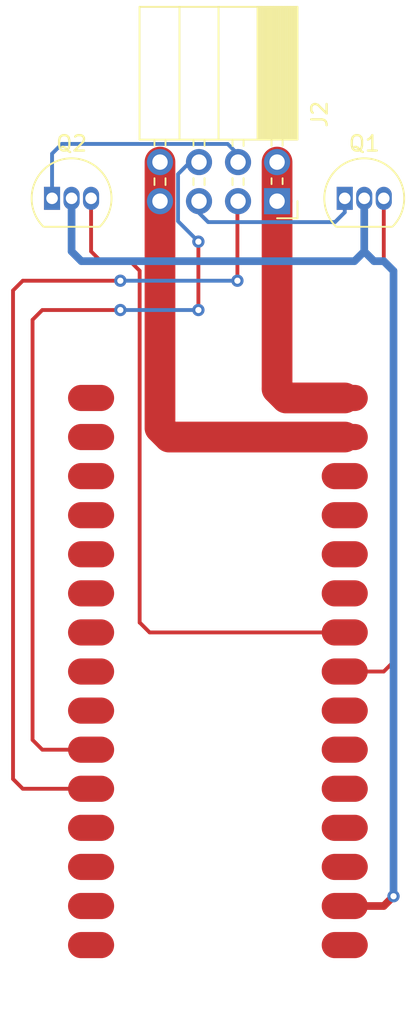
<source format=kicad_pcb>
(kicad_pcb (version 20211014) (generator pcbnew)
  (layers (0 "F.Cu" signal) (31 "B.Cu" signal) (34 "B.Paste" user) (35 "F.Paste" user) (36 "B.SilkS" user "B.Silkscreen") (37 "F.SilkS" user "F.Silkscreen") (38 "B.Mask" user) (39 "F.Mask" user) (44 "Edge.Cuts" user))
  (net 0 "")
  (net 8 "+3V3")
  (net 9 "SDA_3V3")
  (net 11 "SCL_3V3")
  (net 14 "GND")
  (net 15 "+5V")
  (net 20 "RDYA")
  (net 21 "CONA")
  (net 31 "SCL_5V")
  (net 32 "SDA_5V")
  (footprint "Nano_33:NANO_33_Footprint_SMD_Castell" (layer "F.Cu") (at 138.43 96.52 90)
    (fp_text reference "J1")
    (fp_text value "Arduino-NANO-33")
    (pad "1" smd oval locked (at -17.78 8.255 180) (size 3 1.7) (layers "F.Cu" "F.Mask"))
    (pad "2" smd oval locked (at -15.24 8.255 180) (size 3 1.7) (layers "F.Cu" "F.Mask") (net 8 "+3V3"))
    (pad "3" smd oval locked (at -12.7 8.255 180) (size 3 1.7) (layers "F.Cu" "F.Mask"))
    (pad "4" smd oval locked (at -10.16 8.255 180) (size 3 1.7) (layers "F.Cu" "F.Mask"))
    (pad "5" smd oval locked (at -7.62 8.255 180) (size 3 1.7) (layers "F.Cu" "F.Mask"))
    (pad "6" smd oval locked (at -5.08 8.255 180) (size 3 1.7) (layers "F.Cu" "F.Mask"))
    (pad "7" smd oval locked (at -2.54 8.255 180) (size 3 1.7) (layers "F.Cu" "F.Mask"))
    (pad "8" smd oval locked (at 0 8.255 180) (size 3 1.7) (layers "F.Cu" "F.Mask") (net 9 "SDA_3V3"))
    (pad "9" smd oval locked (at 2.54 8.255 180) (size 3 1.7) (layers "F.Cu" "F.Mask") (net 11 "SCL_3V3"))
    (pad "10" smd oval locked (at 5.08 8.255 180) (size 3 1.7) (layers "F.Cu" "F.Mask"))
    (pad "11" smd oval locked (at 7.62 8.255 180) (size 3 1.7) (layers "F.Cu" "F.Mask"))
    (pad "12" smd oval locked (at 10.16 8.255 180) (size 3 1.7) (layers "F.Cu" "F.Mask"))
    (pad "13" smd oval locked (at 12.7 8.255 180) (size 3 1.7) (layers "F.Cu" "F.Mask"))
    (pad "14" smd oval locked (at 15.24 8.255 180) (size 3 1.7) (layers "F.Cu" "F.Mask") (net 14 "GND"))
    (pad "15" smd oval locked (at 17.78 8.255 180) (size 3 1.7) (layers "F.Cu" "F.Mask") (net 15 "+5V"))
    (pad "16" smd oval locked (at 17.78 -8.255) (size 3 1.7) (layers "F.Cu" "F.Mask"))
    (pad "17" smd oval locked (at 15.24 -8.255) (size 3 1.7) (layers "F.Cu" "F.Mask"))
    (pad "18" smd oval locked (at 12.7 -8.255) (size 3 1.7) (layers "F.Cu" "F.Mask"))
    (pad "19" smd oval locked (at 10.16 -8.255) (size 3 1.7) (layers "F.Cu" "F.Mask"))
    (pad "20" smd oval locked (at 7.62 -8.255) (size 3 1.7) (layers "F.Cu" "F.Mask"))
    (pad "21" smd oval locked (at 5.08 -8.255) (size 3 1.7) (layers "F.Cu" "F.Mask"))
    (pad "22" smd oval locked (at 2.54 -8.255) (size 3 1.7) (layers "F.Cu" "F.Mask"))
    (pad "23" smd oval locked (at 0 -8.255) (size 3 1.7) (layers "F.Cu" "F.Mask"))
    (pad "24" smd oval locked (at -2.54 -8.255) (size 3 1.7) (layers "F.Cu" "F.Mask"))
    (pad "25" smd oval locked (at -5.08 -8.255) (size 3 1.7) (layers "F.Cu" "F.Mask") (net 20 "RDYA"))
    (pad "26" smd oval locked (at -7.62 -8.255) (size 3 1.7) (layers "F.Cu" "F.Mask") (net 21 "CONA"))
    (pad "27" smd oval locked (at -10.16 -8.255) (size 3 1.7) (layers "F.Cu" "F.Mask"))
    (pad "28" smd oval locked (at -12.7 -8.255) (size 3 1.7) (layers "F.Cu" "F.Mask"))
    (pad "29" smd oval locked (at -15.24 -8.255) (size 3 1.7) (layers "F.Cu" "F.Mask"))
    (pad "30" smd oval locked (at -17.78 -8.255) (size 3 1.7) (layers "F.Cu" "F.Mask"))
  )
  (footprint "Package_TO_SOT_THT:TO-92_Inline" (layer "F.Cu") (at 146.685 65.765)
    (fp_text reference "Q1" (at 1.27 -3.56) (layer "F.SilkS"))
    (fp_text value "BS170")
    (fp_line (start -0.53 1.85) (end 3.07 1.85) (layer "F.SilkS") (width 0.12))
    (fp_arc (start 1.27 -2.6) (mid 3.672087 -0.994977) (end 3.108478 1.838478) (layer "F.SilkS") (width 0.12))
    (fp_arc (start -0.568478 1.838478) (mid -1.132087 -0.994977) (end 1.27 -2.6) (layer "F.SilkS") (width 0.12))
    (pad "1" thru_hole rect (at 0 0) (size 1.05 1.5) (drill 0.75) (layers *.Cu *.Mask) (net 32 "SDA_5V"))
    (pad "2" thru_hole oval (at 1.27 0) (size 1.05 1.5) (drill 0.75) (layers *.Cu *.Mask) (net 8 "+3V3"))
    (pad "3" thru_hole oval (at 2.54 0) (size 1.05 1.5) (drill 0.75) (layers *.Cu *.Mask) (net 9 "SDA_3V3"))
  )
  (footprint "Package_TO_SOT_THT:TO-92_Inline" (layer "F.Cu") (at 127.635 65.765)
    (fp_text reference "Q2" (at 1.27 -3.56) (layer "F.SilkS"))
    (fp_text value "BS170")
    (fp_line (start -0.53 1.85) (end 3.07 1.85) (layer "F.SilkS") (width 0.12))
    (fp_arc (start -0.568478 1.838478) (mid -1.132087 -0.994977) (end 1.27 -2.6) (layer "F.SilkS") (width 0.12))
    (fp_arc (start 1.27 -2.6) (mid 3.672087 -0.994977) (end 3.108478 1.838478) (layer "F.SilkS") (width 0.12))
    (pad "1" thru_hole rect (at 0 0) (size 1.05 1.5) (drill 0.75) (layers *.Cu *.Mask) (net 31 "SCL_5V"))
    (pad "2" thru_hole oval (at 1.27 0) (size 1.05 1.5) (drill 0.75) (layers *.Cu *.Mask) (net 8 "+3V3"))
    (pad "3" thru_hole oval (at 2.54 0) (size 1.05 1.5) (drill 0.75) (layers *.Cu *.Mask) (net 11 "SCL_3V3"))
  )
  (footprint "Connector_PinSocket_2.54mm:PinSocket_2x04_P2.54mm_Horizontal" (layer "F.Cu") (at 142.28 65.95 -90)
    (fp_text reference "J2" (at -5.65 -2.77 90) (layer "F.SilkS"))
    (fp_text value "Conn_A")
    (fp_line (start -4 7.98) (end -3.59 7.98) (layer "F.SilkS") (width 0.12))
    (fp_line (start -12.63 3.81) (end -4 3.81) (layer "F.SilkS") (width 0.12))
    (fp_line (start -12.63 1.033805) (end -4 1.033805) (layer "F.SilkS") (width 0.12))
    (fp_line (start -12.63 -1.33) (end -12.63 8.95) (layer "F.SilkS") (width 0.12))
    (fp_line (start -12.63 -0.50143) (end -4 -0.50143) (layer "F.SilkS") (width 0.12))
    (fp_line (start -12.63 -1.33) (end -4 -1.33) (layer "F.SilkS") (width 0.12))
    (fp_line (start -12.63 0.797615) (end -4 0.797615) (layer "F.SilkS") (width 0.12))
    (fp_line (start -1.49 2.9) (end -1.05 2.9) (layer "F.SilkS") (width 0.12))
    (fp_line (start -12.63 8.95) (end -4 8.95) (layer "F.SilkS") (width 0.12))
    (fp_line (start -1.49 5.44) (end -1.05 5.44) (layer "F.SilkS") (width 0.12))
    (fp_line (start -4 2.18) (end -3.59 2.18) (layer "F.SilkS") (width 0.12))
    (fp_line (start -12.63 -0.26524) (end -4 -0.26524) (layer "F.SilkS") (width 0.12))
    (fp_line (start -12.63 0.325235) (end -4 0.325235) (layer "F.SilkS") (width 0.12))
    (fp_line (start 1.11 -1.33) (end 1.11 0) (layer "F.SilkS") (width 0.12))
    (fp_line (start -12.63 -1.091905) (end -4 -1.091905) (layer "F.SilkS") (width 0.12))
    (fp_line (start -12.63 -0.147145) (end -4 -0.147145) (layer "F.SilkS") (width 0.12))
    (fp_line (start -4 5.44) (end -3.59 5.44) (layer "F.SilkS") (width 0.12))
    (fp_line (start -12.63 0.44333) (end -4 0.44333) (layer "F.SilkS") (width 0.12))
    (fp_line (start -12.63 0.20714) (end -4 0.20714) (layer "F.SilkS") (width 0.12))
    (fp_line (start -12.63 0.561425) (end -4 0.561425) (layer "F.SilkS") (width 0.12))
    (fp_line (start -12.63 -0.97381) (end -4 -0.97381) (layer "F.SilkS") (width 0.12))
    (fp_line (start -4 7.26) (end -3.59 7.26) (layer "F.SilkS") (width 0.12))
    (fp_line (start -12.63 -1.21) (end -4 -1.21) (layer "F.SilkS") (width 0.12))
    (fp_line (start -1.49 7.26) (end -1.05 7.26) (layer "F.SilkS") (width 0.12))
    (fp_line (start -1.49 0.36) (end -1.11 0.36) (layer "F.SilkS") (width 0.12))
    (fp_line (start -4 2.9) (end -3.59 2.9) (layer "F.SilkS") (width 0.12))
    (fp_line (start -12.63 1.1519) (end -4 1.1519) (layer "F.SilkS") (width 0.12))
    (fp_line (start -4 0.36) (end -3.59 0.36) (layer "F.SilkS") (width 0.12))
    (fp_line (start -12.63 1.27) (end -4 1.27) (layer "F.SilkS") (width 0.12))
    (fp_line (start -4 -0.36) (end -3.59 -0.36) (layer "F.SilkS") (width 0.12))
    (fp_line (start -12.63 0.67952) (end -4 0.67952) (layer "F.SilkS") (width 0.12))
    (fp_line (start -12.63 6.35) (end -4 6.35) (layer "F.SilkS") (width 0.12))
    (fp_line (start -12.63 -0.855715) (end -4 -0.855715) (layer "F.SilkS") (width 0.12))
    (fp_line (start -12.63 -0.619525) (end -4 -0.619525) (layer "F.SilkS") (width 0.12))
    (fp_line (start -1.49 4.72) (end -1.05 4.72) (layer "F.SilkS") (width 0.12))
    (fp_line (start -1.49 2.18) (end -1.05 2.18) (layer "F.SilkS") (width 0.12))
    (fp_line (start -12.63 -0.73762) (end -4 -0.73762) (layer "F.SilkS") (width 0.12))
    (fp_line (start -12.63 0.91571) (end -4 0.91571) (layer "F.SilkS") (width 0.12))
    (fp_line (start -1.49 7.98) (end -1.05 7.98) (layer "F.SilkS") (width 0.12))
    (fp_line (start -12.63 -0.383335) (end -4 -0.383335) (layer "F.SilkS") (width 0.12))
    (fp_line (start 0 -1.33) (end 1.11 -1.33) (layer "F.SilkS") (width 0.12))
    (fp_line (start -4 -1.33) (end -4 8.95) (layer "F.SilkS") (width 0.12))
    (fp_line (start -1.49 -0.36) (end -1.11 -0.36) (layer "F.SilkS") (width 0.12))
    (fp_line (start -4 4.72) (end -3.59 4.72) (layer "F.SilkS") (width 0.12))
    (fp_line (start -12.63 -0.02905) (end -4 -0.02905) (layer "F.SilkS") (width 0.12))
    (fp_line (start -12.63 0.089045) (end -4 0.089045) (layer "F.SilkS") (width 0.12))
    (pad "1" thru_hole rect (at 0 0 270) (size 1.7 1.7) (drill 1) (layers *.Cu *.Mask) (net 15 "+5V"))
    (pad "2" thru_hole oval (at -2.54 0 270) (size 1.7 1.7) (drill 1) (layers *.Cu *.Mask) (net 15 "+5V"))
    (pad "3" thru_hole oval (at 0 2.54 270) (size 1.7 1.7) (drill 1) (layers *.Cu *.Mask) (net 21 "CONA"))
    (pad "4" thru_hole oval (at -2.54 2.54 270) (size 1.7 1.7) (drill 1) (layers *.Cu *.Mask) (net 31 "SCL_5V"))
    (pad "5" thru_hole oval (at 0 5.08 270) (size 1.7 1.7) (drill 1) (layers *.Cu *.Mask) (net 32 "SDA_5V"))
    (pad "6" thru_hole oval (at -2.54 5.08 270) (size 1.7 1.7) (drill 1) (layers *.Cu *.Mask) (net 20 "RDYA"))
    (pad "7" thru_hole oval (at 0 7.62 270) (size 1.7 1.7) (drill 1) (layers *.Cu *.Mask) (net 14 "GND"))
    (pad "8" thru_hole oval (at -2.54 7.62 270) (size 1.7 1.7) (drill 1) (layers *.Cu *.Mask) (net 14 "GND"))
  )
  (segment (start 146.685 111.76) (end 149.225 111.76) (width 0.5) (layer "F.Cu") (net 8))
  (segment (start 149.225 111.76) (end 149.86 111.125) (width 0.5) (layer "F.Cu") (net 8))
  (via (at 149.86 111.125) (size 0.8) (drill 0.4) (layers "F.Cu" "B.Cu") (net 8))
  (segment (start 147.955 69.215) (end 147.955 65.765) (width 0.5) (layer "B.Cu") (net 8))
  (segment (start 147.955 69.215) (end 147.32 69.85) (width 0.5) (layer "B.Cu") (net 8))
  (segment (start 149.225 69.85) (end 148.59 69.85) (width 0.5) (layer "B.Cu") (net 8))
  (segment (start 147.32 69.85) (end 129.54 69.85) (width 0.5) (layer "B.Cu") (net 8))
  (segment (start 129.54 69.85) (end 128.905 69.215) (width 0.5) (layer "B.Cu") (net 8))
  (segment (start 128.905 69.215) (end 128.905 65.765) (width 0.5) (layer "B.Cu") (net 8))
  (segment (start 148.59 69.85) (end 147.955 69.215) (width 0.5) (layer "B.Cu") (net 8))
  (segment (start 149.86 111.125) (end 149.86 70.485) (width 0.5) (layer "B.Cu") (net 8))
  (segment (start 149.86 70.485) (end 149.225 69.85) (width 0.5) (layer "B.Cu") (net 8))
  (segment (start 149.225 96.52) (end 149.86 95.885) (width 0.25) (layer "F.Cu") (net 9))
  (segment (start 149.225 69.85) (end 149.225 65.765) (width 0.25) (layer "F.Cu") (net 9))
  (segment (start 149.86 95.885) (end 149.86 70.485) (width 0.25) (layer "F.Cu") (net 9))
  (segment (start 149.86 70.485) (end 149.225 69.85) (width 0.25) (layer "F.Cu") (net 9))
  (segment (start 146.685 96.52) (end 149.225 96.52) (width 0.25) (layer "F.Cu") (net 9))
  (segment (start 146.685 93.98) (end 133.985 93.98) (width 0.25) (layer "F.Cu") (net 11))
  (segment (start 132.715 69.85) (end 130.81 69.85) (width 0.25) (layer "F.Cu") (net 11))
  (segment (start 133.335 93.345) (end 133.335 70.47) (width 0.25) (layer "F.Cu") (net 11))
  (segment (start 130.81 69.85) (end 130.175 69.215) (width 0.25) (layer "F.Cu") (net 11))
  (segment (start 133.985 93.98) (end 133.35 93.345) (width 0.25) (layer "F.Cu") (net 11))
  (segment (start 130.175 69.215) (end 130.175 65.765) (width 0.25) (layer "F.Cu") (net 11))
  (segment (start 133.335 70.47) (end 132.715 69.85) (width 0.25) (layer "F.Cu") (net 11))
  (segment (start 134.66 80.685) (end 135.255 81.28) (width 2) (layer "F.Cu") (net 14))
  (segment (start 134.66 63.41) (end 134.66 65.95) (width 2) (layer "F.Cu") (net 14))
  (segment (start 134.66 65.95) (end 134.66 80.685) (width 2) (layer "F.Cu") (net 14))
  (segment (start 135.255 81.28) (end 146.685 81.28) (width 2) (layer "F.Cu") (net 14))
  (segment (start 142.875 78.74) (end 146.685 78.74) (width 2) (layer "F.Cu") (net 15))
  (segment (start 142.28 65.95) (end 142.28 78.145) (width 2) (layer "F.Cu") (net 15))
  (segment (start 142.28 78.145) (end 142.875 78.74) (width 2) (layer "F.Cu") (net 15))
  (segment (start 142.28 63.41) (end 142.28 65.95) (width 2) (layer "F.Cu") (net 15))
  (segment (start 137.16 68.58) (end 137.16 73.025) (width 0.25) (layer "F.Cu") (net 20))
  (segment (start 132.08 73.025) (end 127 73.025) (width 0.25) (layer "F.Cu") (net 20))
  (segment (start 127 101.6) (end 130.175 101.6) (width 0.25) (layer "F.Cu") (net 20))
  (segment (start 126.365 73.66) (end 126.365 100.965) (width 0.25) (layer "F.Cu") (net 20))
  (segment (start 126.365 100.965) (end 127 101.6) (width 0.25) (layer "F.Cu") (net 20))
  (segment (start 127 73.025) (end 126.365 73.66) (width 0.25) (layer "F.Cu") (net 20))
  (via (at 132.08 73.025) (size 0.8) (drill 0.4) (layers "F.Cu" "B.Cu") (net 20))
  (via (at 137.16 73.025) (size 0.8) (drill 0.4) (layers "F.Cu" "B.Cu") (net 20))
  (via (at 137.16 68.58) (size 0.8) (drill 0.4) (layers "F.Cu" "B.Cu") (net 20))
  (segment (start 135.835 64.19) (end 135.835 67.255) (width 0.25) (layer "B.Cu") (net 20))
  (segment (start 136.615 63.41) (end 135.835 64.19) (width 0.25) (layer "B.Cu") (net 20))
  (segment (start 137.2 63.41) (end 136.615 63.41) (width 0.25) (layer "B.Cu") (net 20))
  (segment (start 137.16 73.025) (end 132.08 73.025) (width 0.25) (layer "B.Cu") (net 20))
  (segment (start 135.835 67.255) (end 137.16 68.58) (width 0.25) (layer "B.Cu") (net 20))
  (segment (start 139.74 65.95) (end 139.74 66) (width 0.25) (layer "F.Cu") (net 21))
  (segment (start 125.73 104.14) (end 130.175 104.14) (width 0.25) (layer "F.Cu") (net 21))
  (segment (start 125.095 103.505) (end 125.73 104.14) (width 0.25) (layer "F.Cu") (net 21))
  (segment (start 125.73 71.12) (end 125.095 71.755) (width 0.25) (layer "F.Cu") (net 21))
  (segment (start 139.74 66) (end 139.7 66.04) (width 0.25) (layer "F.Cu") (net 21))
  (segment (start 125.095 71.755) (end 125.095 103.505) (width 0.25) (layer "F.Cu") (net 21))
  (segment (start 132.08 71.12) (end 125.73 71.12) (width 0.25) (layer "F.Cu") (net 21))
  (segment (start 139.7 66.04) (end 139.7 71.12) (width 0.25) (layer "F.Cu") (net 21))
  (via (at 139.7 71.12) (size 0.8) (drill 0.4) (layers "F.Cu" "B.Cu") (net 21))
  (via (at 132.08 71.12) (size 0.8) (drill 0.4) (layers "F.Cu" "B.Cu") (net 21))
  (segment (start 139.7 71.12) (end 132.08 71.12) (width 0.25) (layer "B.Cu") (net 21))
  (segment (start 127.635 65.765) (end 127.635 62.865) (width 0.25) (layer "B.Cu") (net 31))
  (segment (start 128.27 62.23) (end 139.065 62.23) (width 0.25) (layer "B.Cu") (net 31))
  (segment (start 127.635 62.865) (end 128.27 62.23) (width 0.25) (layer "B.Cu") (net 31))
  (segment (start 139.065 62.23) (end 139.74 62.905) (width 0.25) (layer "B.Cu") (net 31))
  (segment (start 139.74 62.905) (end 139.74 63.41) (width 0.25) (layer "B.Cu") (net 31))
  (segment (start 137.16 65.99) (end 137.2 65.95) (width 0.25) (layer "B.Cu") (net 32))
  (segment (start 146.685 65.765) (end 146.685 66.675) (width 0.25) (layer "B.Cu") (net 32))
  (segment (start 146.685 66.675) (end 146.05 67.31) (width 0.25) (layer "B.Cu") (net 32))
  (segment (start 146.05 67.31) (end 137.795 67.31) (width 0.25) (layer "B.Cu") (net 32))
  (segment (start 137.16 66.675) (end 137.16 65.99) (width 0.25) (layer "B.Cu") (net 32))
  (segment (start 137.795 67.31) (end 137.16 66.675) (width 0.25) (layer "B.Cu") (net 32))
)
</source>
